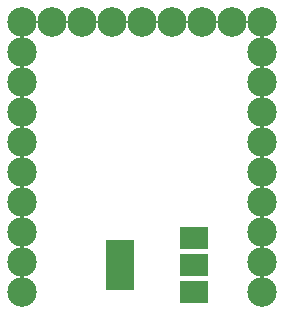
<source format=gbr>
G04 #@! TF.FileFunction,Soldermask,Bot*
%FSLAX46Y46*%
G04 Gerber Fmt 4.6, Leading zero omitted, Abs format (unit mm)*
G04 Created by KiCad (PCBNEW 4.0.6) date 12/07/19 11:03:23*
%MOMM*%
%LPD*%
G01*
G04 APERTURE LIST*
%ADD10C,0.100000*%
%ADD11C,2.500000*%
%ADD12R,2.400000X4.200000*%
%ADD13R,2.400000X1.900000*%
G04 APERTURE END LIST*
D10*
D11*
X161571000Y-67845000D03*
X161571000Y-70385000D03*
X161571000Y-72925000D03*
X161571000Y-75465000D03*
X161571000Y-78005000D03*
X161571000Y-80545000D03*
X161571000Y-83085000D03*
X161571000Y-85625000D03*
X161571000Y-88165000D03*
X161571000Y-65305000D03*
X159031000Y-65305000D03*
X156491000Y-65305000D03*
X153951000Y-65305000D03*
X151411000Y-65305000D03*
X148871000Y-65305000D03*
X146331000Y-65305000D03*
X143791000Y-65305000D03*
X141251000Y-65305000D03*
X141251000Y-67845000D03*
X141251000Y-70385000D03*
X141251000Y-72925000D03*
X141251000Y-75465000D03*
X141251000Y-78005000D03*
X141251000Y-80545000D03*
X141251000Y-83085000D03*
X141251000Y-85625000D03*
X141251000Y-88165000D03*
D12*
X149561000Y-85875000D03*
D13*
X155861000Y-85875000D03*
X155861000Y-88175000D03*
X155861000Y-83575000D03*
M02*

</source>
